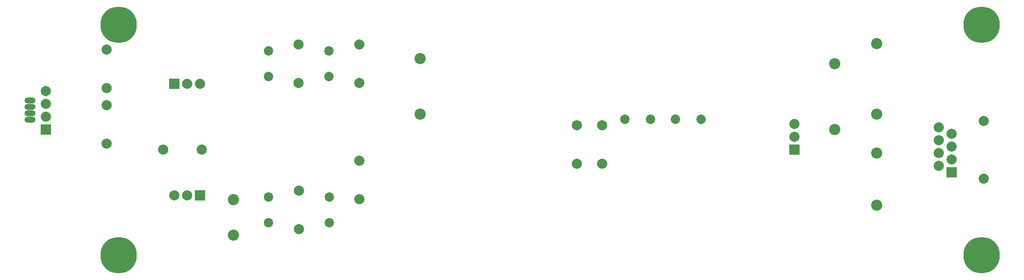
<source format=gbs>
%FSLAX24Y24*%
%MOIN*%
G70*
G01*
G75*
G04 Layer_Color=16711935*
%ADD10C,0.0315*%
%ADD11C,0.0276*%
%ADD12O,0.0787X0.0394*%
%ADD13C,0.0650*%
%ADD14C,0.0709*%
%ADD15R,0.0709X0.0709*%
%ADD16R,0.0709X0.0709*%
%ADD17C,0.2756*%
%ADD18C,0.0787*%
%ADD19C,0.0100*%
%ADD20C,0.0079*%
%ADD21C,0.0039*%
%ADD22C,0.0030*%
%ADD23O,0.0867X0.0474*%
%ADD24C,0.0730*%
%ADD25C,0.0789*%
%ADD26R,0.0789X0.0789*%
%ADD27R,0.0789X0.0789*%
%ADD28C,0.2836*%
%ADD29C,0.0867*%
D23*
X-3986Y12561D02*
D03*
Y13061D02*
D03*
Y13561D02*
D03*
Y14061D02*
D03*
D24*
X19311Y4522D02*
D03*
Y6522D02*
D03*
X46244Y12598D02*
D03*
X48244D02*
D03*
X42307D02*
D03*
X44307D02*
D03*
X19291Y15929D02*
D03*
Y17929D02*
D03*
X14567D02*
D03*
Y15929D02*
D03*
Y6522D02*
D03*
Y4522D02*
D03*
D25*
X16939Y4022D02*
D03*
Y7022D02*
D03*
X6374Y10236D02*
D03*
X9374D02*
D03*
X7244Y6683D02*
D03*
X8244D02*
D03*
X9244Y15364D02*
D03*
X8244D02*
D03*
X55512Y12236D02*
D03*
Y11236D02*
D03*
X1969Y15035D02*
D03*
Y18035D02*
D03*
Y13705D02*
D03*
Y10705D02*
D03*
X70260Y12486D02*
D03*
Y7986D02*
D03*
X67760Y9486D02*
D03*
Y10486D02*
D03*
X66760Y9986D02*
D03*
Y10986D02*
D03*
X67760Y11486D02*
D03*
X66760Y8986D02*
D03*
Y11986D02*
D03*
X21654Y18429D02*
D03*
Y15429D02*
D03*
X16929D02*
D03*
Y18429D02*
D03*
X21654Y9374D02*
D03*
Y6374D02*
D03*
X38583Y12130D02*
D03*
Y9130D02*
D03*
X40551D02*
D03*
Y12130D02*
D03*
X-2756Y12811D02*
D03*
Y13811D02*
D03*
Y14811D02*
D03*
D26*
X9244Y6683D02*
D03*
X7244Y15364D02*
D03*
D27*
X55512Y10236D02*
D03*
X67760Y8486D02*
D03*
X-2756Y11811D02*
D03*
D28*
X2913Y2008D02*
D03*
Y19961D02*
D03*
X70079D02*
D03*
Y2008D02*
D03*
D29*
X61929Y12992D02*
D03*
Y18514D02*
D03*
Y9986D02*
D03*
Y5906D02*
D03*
X58661Y16929D02*
D03*
X26378Y17323D02*
D03*
Y12992D02*
D03*
X58661Y11811D02*
D03*
X11841Y6348D02*
D03*
Y3573D02*
D03*
M02*

</source>
